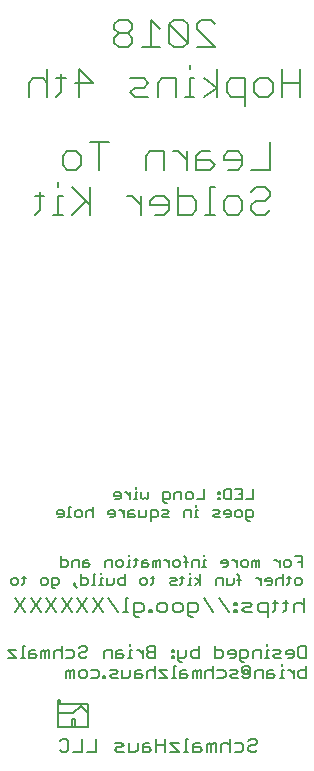
<source format=gbr>
G04 EAGLE Gerber X2 export*
%TF.Part,Single*%
%TF.FileFunction,Legend,Bot,1*%
%TF.FilePolarity,Positive*%
%TF.GenerationSoftware,Autodesk,EAGLE,8.7.0*%
%TF.CreationDate,2018-04-04T18:07:55Z*%
G75*
%MOMM*%
%FSLAX34Y34*%
%LPD*%
%AMOC8*
5,1,8,0,0,1.08239X$1,22.5*%
G01*
%ADD10C,0.203200*%
%ADD11C,0.127000*%
%ADD12C,0.152400*%
%ADD13C,0.177800*%


D10*
X562744Y616766D02*
X562744Y640154D01*
X562744Y628460D02*
X547152Y628460D01*
X547152Y640154D02*
X547152Y616766D01*
X535458Y616766D02*
X527662Y616766D01*
X523764Y620664D01*
X523764Y628460D01*
X527662Y632358D01*
X535458Y632358D01*
X539356Y628460D01*
X539356Y620664D01*
X535458Y616766D01*
X515968Y608970D02*
X515968Y632358D01*
X504274Y632358D01*
X500376Y628460D01*
X500376Y620664D01*
X504274Y616766D01*
X515968Y616766D01*
X492580Y616766D02*
X492580Y640154D01*
X492580Y624562D02*
X480886Y616766D01*
X492580Y624562D02*
X480886Y632358D01*
X473090Y632358D02*
X469192Y632358D01*
X469192Y616766D01*
X473090Y616766D02*
X465294Y616766D01*
X469192Y640154D02*
X469192Y644052D01*
X457498Y632358D02*
X457498Y616766D01*
X457498Y632358D02*
X445804Y632358D01*
X441906Y628460D01*
X441906Y616766D01*
X434110Y616766D02*
X422416Y616766D01*
X418518Y620664D01*
X422416Y624562D01*
X430212Y624562D01*
X434110Y628460D01*
X430212Y632358D01*
X418518Y632358D01*
X375640Y640154D02*
X375640Y616766D01*
X387334Y628460D02*
X375640Y640154D01*
X371742Y628460D02*
X387334Y628460D01*
X360048Y636256D02*
X360048Y620664D01*
X356150Y616766D01*
X356150Y632358D02*
X363946Y632358D01*
X348354Y640154D02*
X348354Y616766D01*
X348354Y628460D02*
X344456Y632358D01*
X336660Y632358D01*
X332762Y628460D01*
X332762Y616766D01*
X536874Y578604D02*
X536874Y555216D01*
X521282Y555216D01*
X509588Y555216D02*
X501792Y555216D01*
X509588Y555216D02*
X513486Y559114D01*
X513486Y566910D01*
X509588Y570808D01*
X501792Y570808D01*
X497894Y566910D01*
X497894Y563012D01*
X513486Y563012D01*
X486200Y570808D02*
X478404Y570808D01*
X474506Y566910D01*
X474506Y555216D01*
X486200Y555216D01*
X490098Y559114D01*
X486200Y563012D01*
X474506Y563012D01*
X466710Y555216D02*
X466710Y570808D01*
X466710Y563012D02*
X458914Y570808D01*
X455016Y570808D01*
X447220Y570808D02*
X447220Y555216D01*
X447220Y570808D02*
X435526Y570808D01*
X431628Y566910D01*
X431628Y555216D01*
X392648Y555216D02*
X392648Y578604D01*
X400444Y578604D02*
X384852Y578604D01*
X373158Y555216D02*
X365362Y555216D01*
X361464Y559114D01*
X361464Y566910D01*
X365362Y570808D01*
X373158Y570808D01*
X377056Y566910D01*
X377056Y559114D01*
X373158Y555216D01*
X521282Y536606D02*
X525180Y540504D01*
X532976Y540504D01*
X536874Y536606D01*
X536874Y532708D01*
X532976Y528810D01*
X525180Y528810D01*
X521282Y524912D01*
X521282Y521014D01*
X525180Y517116D01*
X532976Y517116D01*
X536874Y521014D01*
X509588Y517116D02*
X501792Y517116D01*
X497894Y521014D01*
X497894Y528810D01*
X501792Y532708D01*
X509588Y532708D01*
X513486Y528810D01*
X513486Y521014D01*
X509588Y517116D01*
X490098Y540504D02*
X486200Y540504D01*
X486200Y517116D01*
X490098Y517116D02*
X482302Y517116D01*
X458914Y517116D02*
X458914Y540504D01*
X458914Y517116D02*
X470608Y517116D01*
X474506Y521014D01*
X474506Y528810D01*
X470608Y532708D01*
X458914Y532708D01*
X447220Y517116D02*
X439424Y517116D01*
X447220Y517116D02*
X451118Y521014D01*
X451118Y528810D01*
X447220Y532708D01*
X439424Y532708D01*
X435526Y528810D01*
X435526Y524912D01*
X451118Y524912D01*
X427730Y517116D02*
X427730Y532708D01*
X427730Y524912D02*
X419934Y532708D01*
X416036Y532708D01*
X384852Y540504D02*
X384852Y517116D01*
X384852Y524912D02*
X369260Y540504D01*
X380954Y528810D02*
X369260Y517116D01*
X361464Y532708D02*
X357566Y532708D01*
X357566Y517116D01*
X361464Y517116D02*
X353668Y517116D01*
X357566Y540504D02*
X357566Y544402D01*
X341974Y536606D02*
X341974Y521014D01*
X338076Y517116D01*
X338076Y532708D02*
X345872Y532708D01*
X475082Y658806D02*
X490674Y658806D01*
X475082Y674398D01*
X475082Y678296D01*
X478980Y682194D01*
X486776Y682194D01*
X490674Y678296D01*
X467286Y678296D02*
X467286Y662704D01*
X467286Y678296D02*
X463388Y682194D01*
X455592Y682194D01*
X451694Y678296D01*
X451694Y662704D01*
X455592Y658806D01*
X463388Y658806D01*
X467286Y662704D01*
X451694Y678296D01*
X443898Y674398D02*
X436102Y682194D01*
X436102Y658806D01*
X443898Y658806D02*
X428306Y658806D01*
X420510Y678296D02*
X416612Y682194D01*
X408816Y682194D01*
X404918Y678296D01*
X404918Y674398D01*
X408816Y670500D01*
X404918Y666602D01*
X404918Y662704D01*
X408816Y658806D01*
X416612Y658806D01*
X420510Y662704D01*
X420510Y666602D01*
X416612Y670500D01*
X420510Y674398D01*
X420510Y678296D01*
X416612Y670500D02*
X408816Y670500D01*
D11*
X563915Y227633D02*
X563915Y218735D01*
X563915Y227633D02*
X557983Y227633D01*
X560949Y223184D02*
X563915Y223184D01*
X553077Y218735D02*
X550111Y218735D01*
X548628Y220218D01*
X548628Y223184D01*
X550111Y224667D01*
X553077Y224667D01*
X554560Y223184D01*
X554560Y220218D01*
X553077Y218735D01*
X545205Y218735D02*
X545205Y224667D01*
X545205Y221701D02*
X542239Y224667D01*
X540756Y224667D01*
X528053Y224667D02*
X528053Y218735D01*
X528053Y224667D02*
X526571Y224667D01*
X525088Y223184D01*
X525088Y218735D01*
X525088Y223184D02*
X523605Y224667D01*
X522122Y223184D01*
X522122Y218735D01*
X517215Y218735D02*
X514250Y218735D01*
X512767Y220218D01*
X512767Y223184D01*
X514250Y224667D01*
X517215Y224667D01*
X518698Y223184D01*
X518698Y220218D01*
X517215Y218735D01*
X509343Y218735D02*
X509343Y224667D01*
X509343Y221701D02*
X506377Y224667D01*
X504894Y224667D01*
X500064Y218735D02*
X497098Y218735D01*
X500064Y218735D02*
X501547Y220218D01*
X501547Y223184D01*
X500064Y224667D01*
X497098Y224667D01*
X495615Y223184D01*
X495615Y221701D01*
X501547Y221701D01*
X482837Y224667D02*
X481354Y224667D01*
X481354Y218735D01*
X482837Y218735D02*
X479871Y218735D01*
X481354Y227633D02*
X481354Y229116D01*
X476600Y224667D02*
X476600Y218735D01*
X476600Y224667D02*
X472151Y224667D01*
X470668Y223184D01*
X470668Y218735D01*
X465762Y218735D02*
X465762Y226150D01*
X464279Y227633D01*
X464279Y223184D02*
X467245Y223184D01*
X459525Y218735D02*
X456559Y218735D01*
X455076Y220218D01*
X455076Y223184D01*
X456559Y224667D01*
X459525Y224667D01*
X461008Y223184D01*
X461008Y220218D01*
X459525Y218735D01*
X451653Y218735D02*
X451653Y224667D01*
X451653Y221701D02*
X448687Y224667D01*
X447204Y224667D01*
X443857Y224667D02*
X443857Y218735D01*
X443857Y224667D02*
X442374Y224667D01*
X440891Y223184D01*
X440891Y218735D01*
X440891Y223184D02*
X439408Y224667D01*
X437925Y223184D01*
X437925Y218735D01*
X433019Y224667D02*
X430053Y224667D01*
X428570Y223184D01*
X428570Y218735D01*
X433019Y218735D01*
X434502Y220218D01*
X433019Y221701D01*
X428570Y221701D01*
X423664Y220218D02*
X423664Y226150D01*
X423664Y220218D02*
X422181Y218735D01*
X422181Y224667D02*
X425146Y224667D01*
X418910Y224667D02*
X417427Y224667D01*
X417427Y218735D01*
X418910Y218735D02*
X415944Y218735D01*
X417427Y227633D02*
X417427Y229116D01*
X411190Y218735D02*
X408224Y218735D01*
X406741Y220218D01*
X406741Y223184D01*
X408224Y224667D01*
X411190Y224667D01*
X412673Y223184D01*
X412673Y220218D01*
X411190Y218735D01*
X403318Y218735D02*
X403318Y224667D01*
X398869Y224667D01*
X397386Y223184D01*
X397386Y218735D01*
X383124Y224667D02*
X380159Y224667D01*
X378676Y223184D01*
X378676Y218735D01*
X383124Y218735D01*
X384607Y220218D01*
X383124Y221701D01*
X378676Y221701D01*
X375252Y218735D02*
X375252Y224667D01*
X370803Y224667D01*
X369320Y223184D01*
X369320Y218735D01*
X359965Y218735D02*
X359965Y227633D01*
X359965Y218735D02*
X364414Y218735D01*
X365897Y220218D01*
X365897Y223184D01*
X364414Y224667D01*
X359965Y224667D01*
X559466Y203495D02*
X562432Y203495D01*
X559466Y203495D02*
X557983Y204978D01*
X557983Y207944D01*
X559466Y209427D01*
X562432Y209427D01*
X563915Y207944D01*
X563915Y204978D01*
X562432Y203495D01*
X553077Y204978D02*
X553077Y210910D01*
X553077Y204978D02*
X551594Y203495D01*
X551594Y209427D02*
X554560Y209427D01*
X548323Y212393D02*
X548323Y203495D01*
X548323Y207944D02*
X546840Y209427D01*
X543874Y209427D01*
X542391Y207944D01*
X542391Y203495D01*
X537485Y203495D02*
X534519Y203495D01*
X537485Y203495D02*
X538968Y204978D01*
X538968Y207944D01*
X537485Y209427D01*
X534519Y209427D01*
X533036Y207944D01*
X533036Y206461D01*
X538968Y206461D01*
X529613Y203495D02*
X529613Y209427D01*
X529613Y206461D02*
X526647Y209427D01*
X525164Y209427D01*
X510979Y210910D02*
X510979Y203495D01*
X510979Y210910D02*
X509496Y212393D01*
X509496Y207944D02*
X512462Y207944D01*
X506225Y209427D02*
X506225Y204978D01*
X504742Y203495D01*
X500293Y203495D01*
X500293Y209427D01*
X496870Y209427D02*
X496870Y203495D01*
X496870Y209427D02*
X492421Y209427D01*
X490938Y207944D01*
X490938Y203495D01*
X478159Y203495D02*
X478159Y212393D01*
X478159Y206461D02*
X473710Y203495D01*
X478159Y206461D02*
X473710Y209427D01*
X470363Y209427D02*
X468880Y209427D01*
X468880Y203495D01*
X470363Y203495D02*
X467397Y203495D01*
X468880Y212393D02*
X468880Y213876D01*
X462644Y210910D02*
X462644Y204978D01*
X461161Y203495D01*
X461161Y209427D02*
X464126Y209427D01*
X457890Y203495D02*
X453441Y203495D01*
X451958Y204978D01*
X453441Y206461D01*
X456407Y206461D01*
X457890Y207944D01*
X456407Y209427D01*
X451958Y209427D01*
X437696Y210910D02*
X437696Y204978D01*
X436213Y203495D01*
X436213Y209427D02*
X439179Y209427D01*
X431460Y203495D02*
X428494Y203495D01*
X427011Y204978D01*
X427011Y207944D01*
X428494Y209427D01*
X431460Y209427D01*
X432942Y207944D01*
X432942Y204978D01*
X431460Y203495D01*
X414232Y203495D02*
X414232Y212393D01*
X414232Y203495D02*
X409783Y203495D01*
X408300Y204978D01*
X408300Y207944D01*
X409783Y209427D01*
X414232Y209427D01*
X404877Y209427D02*
X404877Y204978D01*
X403394Y203495D01*
X398945Y203495D01*
X398945Y209427D01*
X395522Y209427D02*
X394039Y209427D01*
X394039Y203495D01*
X395522Y203495D02*
X392556Y203495D01*
X394039Y212393D02*
X394039Y213876D01*
X389285Y212393D02*
X387802Y212393D01*
X387802Y203495D01*
X389285Y203495D02*
X386319Y203495D01*
X377116Y203495D02*
X377116Y212393D01*
X377116Y203495D02*
X381565Y203495D01*
X383048Y204978D01*
X383048Y207944D01*
X381565Y209427D01*
X377116Y209427D01*
X370727Y203495D02*
X373693Y200529D01*
X370727Y203495D02*
X370727Y204978D01*
X372210Y204978D01*
X372210Y203495D01*
X370727Y203495D01*
X355135Y200529D02*
X353652Y200529D01*
X352169Y202012D01*
X352169Y209427D01*
X356618Y209427D01*
X358101Y207944D01*
X358101Y204978D01*
X356618Y203495D01*
X352169Y203495D01*
X347263Y203495D02*
X344297Y203495D01*
X342814Y204978D01*
X342814Y207944D01*
X344297Y209427D01*
X347263Y209427D01*
X348746Y207944D01*
X348746Y204978D01*
X347263Y203495D01*
X328553Y204978D02*
X328553Y210910D01*
X328553Y204978D02*
X327070Y203495D01*
X327070Y209427D02*
X330035Y209427D01*
X322316Y203495D02*
X319350Y203495D01*
X317867Y204978D01*
X317867Y207944D01*
X319350Y209427D01*
X322316Y209427D01*
X323799Y207944D01*
X323799Y204978D01*
X322316Y203495D01*
X567765Y152119D02*
X567765Y141950D01*
X562681Y141950D01*
X560986Y143645D01*
X560986Y150424D01*
X562681Y152119D01*
X567765Y152119D01*
X555546Y141950D02*
X552156Y141950D01*
X555546Y141950D02*
X557240Y143645D01*
X557240Y147034D01*
X555546Y148729D01*
X552156Y148729D01*
X550461Y147034D01*
X550461Y145340D01*
X557240Y145340D01*
X546716Y141950D02*
X541631Y141950D01*
X539937Y143645D01*
X541631Y145340D01*
X545021Y145340D01*
X546716Y147034D01*
X545021Y148729D01*
X539937Y148729D01*
X536191Y148729D02*
X534496Y148729D01*
X534496Y141950D01*
X532802Y141950D02*
X536191Y141950D01*
X534496Y152119D02*
X534496Y153813D01*
X529175Y148729D02*
X529175Y141950D01*
X529175Y148729D02*
X524091Y148729D01*
X522396Y147034D01*
X522396Y141950D01*
X515261Y138560D02*
X513566Y138560D01*
X511871Y140255D01*
X511871Y148729D01*
X516955Y148729D01*
X518650Y147034D01*
X518650Y143645D01*
X516955Y141950D01*
X511871Y141950D01*
X506431Y141950D02*
X503041Y141950D01*
X506431Y141950D02*
X508126Y143645D01*
X508126Y147034D01*
X506431Y148729D01*
X503041Y148729D01*
X501347Y147034D01*
X501347Y145340D01*
X508126Y145340D01*
X490822Y141950D02*
X490822Y152119D01*
X490822Y141950D02*
X495906Y141950D01*
X497601Y143645D01*
X497601Y147034D01*
X495906Y148729D01*
X490822Y148729D01*
X476552Y152119D02*
X476552Y141950D01*
X471468Y141950D01*
X469773Y143645D01*
X469773Y147034D01*
X471468Y148729D01*
X476552Y148729D01*
X466027Y148729D02*
X466027Y143645D01*
X464333Y141950D01*
X459248Y141950D01*
X459248Y140255D02*
X459248Y148729D01*
X459248Y140255D02*
X460943Y138560D01*
X462638Y138560D01*
X455503Y148729D02*
X453808Y148729D01*
X453808Y147034D01*
X455503Y147034D01*
X455503Y148729D01*
X455503Y143645D02*
X453808Y143645D01*
X453808Y141950D01*
X455503Y141950D01*
X455503Y143645D01*
X439716Y141950D02*
X439716Y152119D01*
X434631Y152119D01*
X432937Y150424D01*
X432937Y148729D01*
X434631Y147034D01*
X432937Y145340D01*
X432937Y143645D01*
X434631Y141950D01*
X439716Y141950D01*
X439716Y147034D02*
X434631Y147034D01*
X429191Y148729D02*
X429191Y141950D01*
X429191Y145340D02*
X425802Y148729D01*
X424107Y148729D01*
X420421Y148729D02*
X418726Y148729D01*
X418726Y141950D01*
X420421Y141950D02*
X417031Y141950D01*
X418726Y152119D02*
X418726Y153813D01*
X411710Y148729D02*
X408320Y148729D01*
X406625Y147034D01*
X406625Y141950D01*
X411710Y141950D01*
X413404Y143645D01*
X411710Y145340D01*
X406625Y145340D01*
X402880Y148729D02*
X402880Y141950D01*
X402880Y148729D02*
X397795Y148729D01*
X396101Y147034D01*
X396101Y141950D01*
X376746Y152119D02*
X375051Y150424D01*
X376746Y152119D02*
X380136Y152119D01*
X381831Y150424D01*
X381831Y148729D01*
X380136Y147034D01*
X376746Y147034D01*
X375051Y145340D01*
X375051Y143645D01*
X376746Y141950D01*
X380136Y141950D01*
X381831Y143645D01*
X369611Y148729D02*
X364527Y148729D01*
X369611Y148729D02*
X371306Y147034D01*
X371306Y143645D01*
X369611Y141950D01*
X364527Y141950D01*
X360781Y141950D02*
X360781Y152119D01*
X359087Y148729D02*
X360781Y147034D01*
X359087Y148729D02*
X355697Y148729D01*
X354002Y147034D01*
X354002Y141950D01*
X350257Y141950D02*
X350257Y148729D01*
X348562Y148729D01*
X346867Y147034D01*
X346867Y141950D01*
X346867Y147034D02*
X345172Y148729D01*
X343478Y147034D01*
X343478Y141950D01*
X338037Y148729D02*
X334648Y148729D01*
X332953Y147034D01*
X332953Y141950D01*
X338037Y141950D01*
X339732Y143645D01*
X338037Y145340D01*
X332953Y145340D01*
X329208Y152119D02*
X327513Y152119D01*
X327513Y141950D01*
X329208Y141950D02*
X325818Y141950D01*
X322191Y148729D02*
X315412Y148729D01*
X322191Y141950D01*
X315412Y141950D01*
X567765Y134974D02*
X567765Y124805D01*
X562681Y124805D01*
X560986Y126500D01*
X560986Y129889D01*
X562681Y131584D01*
X567765Y131584D01*
X557240Y131584D02*
X557240Y124805D01*
X557240Y128195D02*
X553851Y131584D01*
X552156Y131584D01*
X548470Y131584D02*
X546775Y131584D01*
X546775Y124805D01*
X548470Y124805D02*
X545080Y124805D01*
X546775Y134974D02*
X546775Y136668D01*
X539759Y131584D02*
X536369Y131584D01*
X534674Y129889D01*
X534674Y124805D01*
X539759Y124805D01*
X541454Y126500D01*
X539759Y128195D01*
X534674Y128195D01*
X530929Y131584D02*
X530929Y124805D01*
X530929Y131584D02*
X525845Y131584D01*
X524150Y129889D01*
X524150Y124805D01*
X515320Y124805D02*
X513625Y126500D01*
X515320Y124805D02*
X518710Y124805D01*
X520404Y126500D01*
X520404Y133279D01*
X518710Y134974D01*
X515320Y134974D01*
X513625Y133279D01*
X513625Y129889D01*
X515320Y128195D01*
X518710Y128195D01*
X518710Y131584D01*
X515320Y131584D01*
X515320Y128195D01*
X509880Y124805D02*
X504795Y124805D01*
X503101Y126500D01*
X504795Y128195D01*
X508185Y128195D01*
X509880Y129889D01*
X508185Y131584D01*
X503101Y131584D01*
X497660Y131584D02*
X492576Y131584D01*
X497660Y131584D02*
X499355Y129889D01*
X499355Y126500D01*
X497660Y124805D01*
X492576Y124805D01*
X488831Y124805D02*
X488831Y134974D01*
X487136Y131584D02*
X488831Y129889D01*
X487136Y131584D02*
X483746Y131584D01*
X482051Y129889D01*
X482051Y124805D01*
X478306Y124805D02*
X478306Y131584D01*
X476611Y131584D01*
X474916Y129889D01*
X474916Y124805D01*
X474916Y129889D02*
X473222Y131584D01*
X471527Y129889D01*
X471527Y124805D01*
X466087Y131584D02*
X462697Y131584D01*
X461002Y129889D01*
X461002Y124805D01*
X466087Y124805D01*
X467781Y126500D01*
X466087Y128195D01*
X461002Y128195D01*
X457257Y134974D02*
X455562Y134974D01*
X455562Y124805D01*
X457257Y124805D02*
X453867Y124805D01*
X450240Y131584D02*
X443461Y131584D01*
X450240Y124805D01*
X443461Y124805D01*
X439716Y124805D02*
X439716Y134974D01*
X438021Y131584D02*
X439716Y129889D01*
X438021Y131584D02*
X434632Y131584D01*
X432937Y129889D01*
X432937Y124805D01*
X427496Y131584D02*
X424107Y131584D01*
X422412Y129889D01*
X422412Y124805D01*
X427496Y124805D01*
X429191Y126500D01*
X427496Y128195D01*
X422412Y128195D01*
X418667Y126500D02*
X418667Y131584D01*
X418667Y126500D02*
X416972Y124805D01*
X411888Y124805D01*
X411888Y131584D01*
X408142Y124805D02*
X403058Y124805D01*
X401363Y126500D01*
X403058Y128195D01*
X406447Y128195D01*
X408142Y129889D01*
X406447Y131584D01*
X401363Y131584D01*
X397617Y126500D02*
X397617Y124805D01*
X397617Y126500D02*
X395923Y126500D01*
X395923Y124805D01*
X397617Y124805D01*
X390660Y131584D02*
X385576Y131584D01*
X390660Y131584D02*
X392355Y129889D01*
X392355Y126500D01*
X390660Y124805D01*
X385576Y124805D01*
X380136Y124805D02*
X376746Y124805D01*
X375051Y126500D01*
X375051Y129889D01*
X376746Y131584D01*
X380136Y131584D01*
X381831Y129889D01*
X381831Y126500D01*
X380136Y124805D01*
X371306Y124805D02*
X371306Y131584D01*
X369611Y131584D01*
X367916Y129889D01*
X367916Y124805D01*
X367916Y129889D02*
X366222Y131584D01*
X364527Y129889D01*
X364527Y124805D01*
D12*
X518741Y71603D02*
X520605Y73468D01*
X524334Y73468D01*
X526198Y71603D01*
X526198Y69739D01*
X524334Y67875D01*
X520605Y67875D01*
X518741Y66011D01*
X518741Y64146D01*
X520605Y62282D01*
X524334Y62282D01*
X526198Y64146D01*
X512640Y69739D02*
X507047Y69739D01*
X512640Y69739D02*
X514504Y67875D01*
X514504Y64146D01*
X512640Y62282D01*
X507047Y62282D01*
X502810Y62282D02*
X502810Y73468D01*
X500946Y69739D02*
X502810Y67875D01*
X500946Y69739D02*
X497217Y69739D01*
X495353Y67875D01*
X495353Y62282D01*
X491116Y62282D02*
X491116Y69739D01*
X489252Y69739D01*
X487388Y67875D01*
X487388Y62282D01*
X487388Y67875D02*
X485523Y69739D01*
X483659Y67875D01*
X483659Y62282D01*
X477558Y69739D02*
X473829Y69739D01*
X471965Y67875D01*
X471965Y62282D01*
X477558Y62282D01*
X479422Y64146D01*
X477558Y66011D01*
X471965Y66011D01*
X467728Y73468D02*
X465864Y73468D01*
X465864Y62282D01*
X467728Y62282D02*
X464000Y62282D01*
X459932Y69739D02*
X452475Y69739D01*
X459932Y62282D01*
X452475Y62282D01*
X448238Y62282D02*
X448238Y73468D01*
X448238Y67875D02*
X440781Y67875D01*
X440781Y73468D02*
X440781Y62282D01*
X434680Y69739D02*
X430952Y69739D01*
X429087Y67875D01*
X429087Y62282D01*
X434680Y62282D01*
X436544Y64146D01*
X434680Y66011D01*
X429087Y66011D01*
X424850Y64146D02*
X424850Y69739D01*
X424850Y64146D02*
X422986Y62282D01*
X417393Y62282D01*
X417393Y69739D01*
X413156Y62282D02*
X407564Y62282D01*
X405699Y64146D01*
X407564Y66011D01*
X411292Y66011D01*
X413156Y67875D01*
X411292Y69739D01*
X405699Y69739D01*
X389768Y73468D02*
X389768Y62282D01*
X382311Y62282D01*
X378074Y62282D02*
X378074Y73468D01*
X378074Y62282D02*
X370617Y62282D01*
X360788Y73468D02*
X358923Y71603D01*
X360788Y73468D02*
X364516Y73468D01*
X366380Y71603D01*
X366380Y64146D01*
X364516Y62282D01*
X360788Y62282D01*
X358923Y64146D01*
D11*
X522875Y275985D02*
X522875Y284883D01*
X522875Y275985D02*
X516943Y275985D01*
X513520Y284883D02*
X507588Y284883D01*
X513520Y284883D02*
X513520Y275985D01*
X507588Y275985D01*
X510554Y280434D02*
X513520Y280434D01*
X504165Y284883D02*
X504165Y275985D01*
X499716Y275985D01*
X498233Y277468D01*
X498233Y283400D01*
X499716Y284883D01*
X504165Y284883D01*
X494809Y281917D02*
X493327Y281917D01*
X493327Y280434D01*
X494809Y280434D01*
X494809Y281917D01*
X494809Y277468D02*
X493327Y277468D01*
X493327Y275985D01*
X494809Y275985D01*
X494809Y277468D01*
X480777Y275985D02*
X480777Y284883D01*
X480777Y275985D02*
X474845Y275985D01*
X469939Y275985D02*
X466973Y275985D01*
X465490Y277468D01*
X465490Y280434D01*
X466973Y281917D01*
X469939Y281917D01*
X471421Y280434D01*
X471421Y277468D01*
X469939Y275985D01*
X462066Y275985D02*
X462066Y281917D01*
X457618Y281917D01*
X456135Y280434D01*
X456135Y275985D01*
X449745Y273019D02*
X448262Y273019D01*
X446779Y274502D01*
X446779Y281917D01*
X451228Y281917D01*
X452711Y280434D01*
X452711Y277468D01*
X451228Y275985D01*
X446779Y275985D01*
X434001Y277468D02*
X434001Y281917D01*
X434001Y277468D02*
X432518Y275985D01*
X431035Y277468D01*
X429552Y275985D01*
X428069Y277468D01*
X428069Y281917D01*
X424646Y281917D02*
X423163Y281917D01*
X423163Y275985D01*
X424646Y275985D02*
X421680Y275985D01*
X423163Y284883D02*
X423163Y286366D01*
X418409Y281917D02*
X418409Y275985D01*
X418409Y278951D02*
X415443Y281917D01*
X413960Y281917D01*
X409130Y275985D02*
X406164Y275985D01*
X409130Y275985D02*
X410613Y277468D01*
X410613Y280434D01*
X409130Y281917D01*
X406164Y281917D01*
X404681Y280434D01*
X404681Y278951D01*
X410613Y278951D01*
X518426Y257779D02*
X519909Y257779D01*
X518426Y257779D02*
X516943Y259262D01*
X516943Y266677D01*
X521392Y266677D01*
X522875Y265194D01*
X522875Y262228D01*
X521392Y260745D01*
X516943Y260745D01*
X512037Y260745D02*
X509071Y260745D01*
X507588Y262228D01*
X507588Y265194D01*
X509071Y266677D01*
X512037Y266677D01*
X513520Y265194D01*
X513520Y262228D01*
X512037Y260745D01*
X502682Y260745D02*
X499716Y260745D01*
X502682Y260745D02*
X504165Y262228D01*
X504165Y265194D01*
X502682Y266677D01*
X499716Y266677D01*
X498233Y265194D01*
X498233Y263711D01*
X504165Y263711D01*
X494809Y260745D02*
X490361Y260745D01*
X488878Y262228D01*
X490361Y263711D01*
X493327Y263711D01*
X494809Y265194D01*
X493327Y266677D01*
X488878Y266677D01*
X476099Y266677D02*
X474616Y266677D01*
X474616Y260745D01*
X476099Y260745D02*
X473133Y260745D01*
X474616Y269643D02*
X474616Y271126D01*
X469862Y266677D02*
X469862Y260745D01*
X469862Y266677D02*
X465414Y266677D01*
X463931Y265194D01*
X463931Y260745D01*
X451152Y260745D02*
X446703Y260745D01*
X445220Y262228D01*
X446703Y263711D01*
X449669Y263711D01*
X451152Y265194D01*
X449669Y266677D01*
X445220Y266677D01*
X435865Y266677D02*
X435865Y257779D01*
X435865Y266677D02*
X440314Y266677D01*
X441797Y265194D01*
X441797Y262228D01*
X440314Y260745D01*
X435865Y260745D01*
X432442Y262228D02*
X432442Y266677D01*
X432442Y262228D02*
X430959Y260745D01*
X426510Y260745D01*
X426510Y266677D01*
X421603Y266677D02*
X418638Y266677D01*
X417155Y265194D01*
X417155Y260745D01*
X421603Y260745D01*
X423086Y262228D01*
X421603Y263711D01*
X417155Y263711D01*
X413731Y260745D02*
X413731Y266677D01*
X413731Y263711D02*
X410765Y266677D01*
X409282Y266677D01*
X404452Y260745D02*
X401486Y260745D01*
X404452Y260745D02*
X405935Y262228D01*
X405935Y265194D01*
X404452Y266677D01*
X401486Y266677D01*
X400003Y265194D01*
X400003Y263711D01*
X405935Y263711D01*
X387225Y260745D02*
X387225Y269643D01*
X385742Y266677D02*
X387225Y265194D01*
X385742Y266677D02*
X382776Y266677D01*
X381293Y265194D01*
X381293Y260745D01*
X376387Y260745D02*
X373421Y260745D01*
X371938Y262228D01*
X371938Y265194D01*
X373421Y266677D01*
X376387Y266677D01*
X377870Y265194D01*
X377870Y262228D01*
X376387Y260745D01*
X368514Y269643D02*
X367032Y269643D01*
X367032Y260745D01*
X368514Y260745D02*
X365549Y260745D01*
X360795Y260745D02*
X357829Y260745D01*
X360795Y260745D02*
X362278Y262228D01*
X362278Y265194D01*
X360795Y266677D01*
X357829Y266677D01*
X356346Y265194D01*
X356346Y263711D01*
X362278Y263711D01*
D13*
X565551Y192766D02*
X565551Y180309D01*
X565551Y186537D02*
X563475Y188613D01*
X559323Y188613D01*
X557247Y186537D01*
X557247Y180309D01*
X550378Y182385D02*
X550378Y190690D01*
X550378Y182385D02*
X548302Y180309D01*
X548302Y188613D02*
X552454Y188613D01*
X541646Y190690D02*
X541646Y182385D01*
X539570Y180309D01*
X539570Y188613D02*
X543722Y188613D01*
X534991Y188613D02*
X534991Y176157D01*
X534991Y188613D02*
X528762Y188613D01*
X526686Y186537D01*
X526686Y182385D01*
X528762Y180309D01*
X534991Y180309D01*
X521894Y180309D02*
X515665Y180309D01*
X513589Y182385D01*
X515665Y184461D01*
X519817Y184461D01*
X521894Y186537D01*
X519817Y188613D01*
X513589Y188613D01*
X508796Y188613D02*
X506720Y188613D01*
X506720Y186537D01*
X508796Y186537D01*
X508796Y188613D01*
X508796Y182385D02*
X506720Y182385D01*
X506720Y180309D01*
X508796Y180309D01*
X508796Y182385D01*
X502248Y180309D02*
X493943Y192766D01*
X480846Y192766D02*
X489150Y180309D01*
X471901Y176157D02*
X469825Y176157D01*
X467749Y178233D01*
X467749Y188613D01*
X473977Y188613D01*
X476053Y186537D01*
X476053Y182385D01*
X473977Y180309D01*
X467749Y180309D01*
X460880Y180309D02*
X456728Y180309D01*
X454651Y182385D01*
X454651Y186537D01*
X456728Y188613D01*
X460880Y188613D01*
X462956Y186537D01*
X462956Y182385D01*
X460880Y180309D01*
X447783Y180309D02*
X443630Y180309D01*
X441554Y182385D01*
X441554Y186537D01*
X443630Y188613D01*
X447783Y188613D01*
X449859Y186537D01*
X449859Y182385D01*
X447783Y180309D01*
X436761Y180309D02*
X436761Y182385D01*
X434685Y182385D01*
X434685Y180309D01*
X436761Y180309D01*
X426061Y176157D02*
X423984Y176157D01*
X421908Y178233D01*
X421908Y188613D01*
X428137Y188613D01*
X430213Y186537D01*
X430213Y182385D01*
X428137Y180309D01*
X421908Y180309D01*
X417116Y192766D02*
X415039Y192766D01*
X415039Y180309D01*
X412963Y180309D02*
X417116Y180309D01*
X408384Y180309D02*
X400080Y192766D01*
X395287Y192766D02*
X386982Y180309D01*
X395287Y180309D02*
X386982Y192766D01*
X382190Y192766D02*
X373885Y180309D01*
X382190Y180309D02*
X373885Y192766D01*
X369092Y192766D02*
X360788Y180309D01*
X369092Y180309D02*
X360788Y192766D01*
X355995Y192766D02*
X347691Y180309D01*
X355995Y180309D02*
X347691Y192766D01*
X342898Y192766D02*
X334593Y180309D01*
X342898Y180309D02*
X334593Y192766D01*
X329801Y192766D02*
X321496Y180309D01*
X329801Y180309D02*
X321496Y192766D01*
D10*
X383040Y94950D02*
X383040Y83520D01*
X383040Y94950D02*
X383040Y102570D01*
X358910Y102570D01*
X358910Y106380D01*
X357640Y106380D01*
X357640Y94950D01*
X357640Y83520D01*
X369070Y83520D01*
X383040Y83520D01*
X383040Y94950D02*
X376690Y101300D01*
X370340Y94950D01*
X357640Y94950D01*
X371610Y89870D02*
X371610Y84790D01*
X371610Y89870D02*
X369070Y89870D01*
X369070Y83520D01*
M02*

</source>
